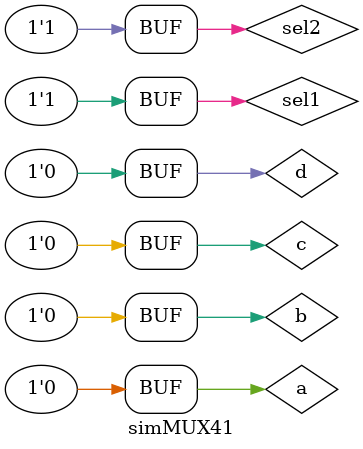
<source format=v>
`timescale 1ns / 1ps


module simMUX41(
    );
    reg a,b,c,d,sel1,sel2;
    wire out;
    MUX41 testmux41(a,b,c,d,sel1,sel2,out);
    initial begin
    
    #5 begin a=1;b=0;c=0;d=0;sel1=0;sel2=0; end
    #5 begin a=0;b=1; end
    #5 begin b=0;c=1; end
    #5 begin c=0;d=1; end
    
    #5 begin a=1;b=0;c=0;d=0;sel1=0;sel2=1; end
    #5 begin a=0;b=1; end
    #5 begin b=0;c=1; end
    #5 begin c=0;d=1; end    
    
    #5 begin a=1;b=0;c=0;d=0;sel1=1;sel2=0; end
    #5 begin a=0;b=1; end
    #5 begin b=0;c=1; end
    #5 begin c=0;d=1; end
    
    #5 begin a=1;b=0;c=0;d=0;sel1=1;sel2=1; end
    #5 begin a=0;b=1; end
    #5 begin b=0;c=1; end
    #5 begin c=0;d=1; end   
    #5 begin a=0;b=0;c=0;d=0; end
    end
endmodule
</source>
